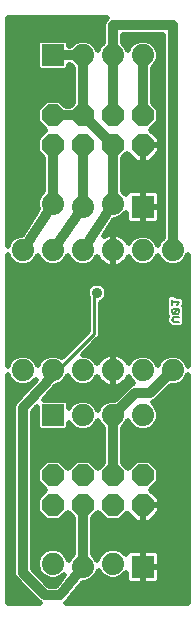
<source format=gbl>
G75*
%MOIN*%
%OFA0B0*%
%FSLAX25Y25*%
%IPPOS*%
%LPD*%
%AMOC8*
5,1,8,0,0,1.08239X$1,22.5*
%
%ADD10C,0.00700*%
%ADD11C,0.07400*%
%ADD12OC8,0.07400*%
%ADD13R,0.07400X0.07400*%
%ADD14C,0.02000*%
%ADD15C,0.03569*%
%ADD16C,0.03200*%
%ADD17C,0.03600*%
%ADD18C,0.01000*%
D10*
X0059984Y0098010D02*
X0059150Y0098844D01*
X0059984Y0099679D01*
X0061652Y0099679D01*
X0061235Y0100957D02*
X0061652Y0101374D01*
X0061652Y0102208D01*
X0061235Y0102625D01*
X0059567Y0100957D01*
X0059150Y0101374D01*
X0059150Y0102208D01*
X0059567Y0102625D01*
X0061235Y0102625D01*
X0060818Y0103903D02*
X0061652Y0104738D01*
X0059150Y0104738D01*
X0059150Y0105572D02*
X0059150Y0103903D01*
X0059567Y0100957D02*
X0061235Y0100957D01*
X0061652Y0098010D02*
X0059984Y0098010D01*
D11*
X0059500Y0082000D03*
X0049500Y0082000D03*
X0049500Y0067000D03*
X0039500Y0067000D03*
X0039500Y0082000D03*
X0029500Y0082000D03*
X0029500Y0067000D03*
X0019500Y0082000D03*
X0009500Y0082000D03*
X0009500Y0122000D03*
X0019500Y0122000D03*
X0019500Y0137500D03*
X0029500Y0136500D03*
X0029500Y0122000D03*
X0039500Y0122000D03*
X0039500Y0137500D03*
X0049500Y0122000D03*
X0059500Y0122000D03*
X0049500Y0187000D03*
X0039500Y0187000D03*
X0029500Y0187000D03*
X0019500Y0017500D03*
X0029500Y0016500D03*
X0039500Y0017500D03*
D12*
X0039500Y0037000D03*
X0039500Y0047000D03*
X0049500Y0047000D03*
X0049500Y0037000D03*
X0029500Y0037000D03*
X0029500Y0047000D03*
X0019500Y0047000D03*
X0019500Y0037000D03*
X0019500Y0157000D03*
X0019500Y0167000D03*
X0029500Y0167000D03*
X0029500Y0157000D03*
X0039500Y0157000D03*
X0039500Y0167000D03*
X0049500Y0167000D03*
X0049500Y0157000D03*
D13*
X0049500Y0136500D03*
X0019500Y0187000D03*
X0019500Y0067000D03*
X0049500Y0016500D03*
D14*
X0015075Y0004400D02*
X0004400Y0004400D01*
X0004400Y0080463D01*
X0005007Y0078998D01*
X0006498Y0077507D01*
X0008446Y0076700D01*
X0010554Y0076700D01*
X0012502Y0077507D01*
X0013736Y0078741D01*
X0007197Y0071723D01*
X0006787Y0071313D01*
X0006765Y0071259D01*
X0006725Y0071216D01*
X0006522Y0070672D01*
X0006300Y0070137D01*
X0006300Y0070078D01*
X0006280Y0070023D01*
X0006300Y0069444D01*
X0006300Y0013863D01*
X0006787Y0012687D01*
X0014287Y0005187D01*
X0015075Y0004400D01*
X0013477Y0005997D02*
X0004400Y0005997D01*
X0004400Y0007996D02*
X0011479Y0007996D01*
X0009480Y0009994D02*
X0004400Y0009994D01*
X0004400Y0011993D02*
X0007482Y0011993D01*
X0006300Y0013991D02*
X0004400Y0013991D01*
X0004400Y0015990D02*
X0006300Y0015990D01*
X0006300Y0017988D02*
X0004400Y0017988D01*
X0004400Y0019987D02*
X0006300Y0019987D01*
X0006300Y0021985D02*
X0004400Y0021985D01*
X0004400Y0023984D02*
X0006300Y0023984D01*
X0006300Y0025982D02*
X0004400Y0025982D01*
X0004400Y0027981D02*
X0006300Y0027981D01*
X0006300Y0029979D02*
X0004400Y0029979D01*
X0004400Y0031978D02*
X0006300Y0031978D01*
X0006300Y0033976D02*
X0004400Y0033976D01*
X0004400Y0035975D02*
X0006300Y0035975D01*
X0006300Y0037973D02*
X0004400Y0037973D01*
X0004400Y0039972D02*
X0006300Y0039972D01*
X0006300Y0041970D02*
X0004400Y0041970D01*
X0004400Y0043969D02*
X0006300Y0043969D01*
X0006300Y0045967D02*
X0004400Y0045967D01*
X0004400Y0047966D02*
X0006300Y0047966D01*
X0006300Y0049964D02*
X0004400Y0049964D01*
X0004400Y0051963D02*
X0006300Y0051963D01*
X0006300Y0053961D02*
X0004400Y0053961D01*
X0004400Y0055960D02*
X0006300Y0055960D01*
X0006300Y0057958D02*
X0004400Y0057958D01*
X0004400Y0059957D02*
X0006300Y0059957D01*
X0006300Y0061955D02*
X0004400Y0061955D01*
X0004400Y0063954D02*
X0006300Y0063954D01*
X0006300Y0065952D02*
X0004400Y0065952D01*
X0004400Y0067951D02*
X0006300Y0067951D01*
X0006282Y0069949D02*
X0004400Y0069949D01*
X0004400Y0071948D02*
X0007407Y0071948D01*
X0009269Y0073946D02*
X0004400Y0073946D01*
X0004400Y0075945D02*
X0011131Y0075945D01*
X0012939Y0077943D02*
X0012993Y0077943D01*
X0014500Y0083778D02*
X0013993Y0085002D01*
X0012502Y0086493D01*
X0010554Y0087300D01*
X0008446Y0087300D01*
X0006498Y0086493D01*
X0005007Y0085002D01*
X0004400Y0083537D01*
X0004400Y0120463D01*
X0005007Y0118998D01*
X0006498Y0117507D01*
X0008446Y0116700D01*
X0010554Y0116700D01*
X0012502Y0117507D01*
X0013993Y0118998D01*
X0014500Y0120222D01*
X0015007Y0118998D01*
X0016498Y0117507D01*
X0018446Y0116700D01*
X0020554Y0116700D01*
X0022502Y0117507D01*
X0023993Y0118998D01*
X0024500Y0120222D01*
X0025007Y0118998D01*
X0026498Y0117507D01*
X0028446Y0116700D01*
X0030554Y0116700D01*
X0032502Y0117507D01*
X0033993Y0118998D01*
X0034280Y0119690D01*
X0034625Y0119013D01*
X0035152Y0118287D01*
X0035787Y0117652D01*
X0036513Y0117125D01*
X0037312Y0116718D01*
X0038165Y0116440D01*
X0039051Y0116300D01*
X0039500Y0116300D01*
X0039949Y0116300D01*
X0040835Y0116440D01*
X0041688Y0116718D01*
X0042487Y0117125D01*
X0043213Y0117652D01*
X0043848Y0118287D01*
X0044375Y0119013D01*
X0044720Y0119690D01*
X0045007Y0118998D01*
X0046498Y0117507D01*
X0048446Y0116700D01*
X0050554Y0116700D01*
X0052502Y0117507D01*
X0053993Y0118998D01*
X0054500Y0120222D01*
X0055007Y0118998D01*
X0056498Y0117507D01*
X0058446Y0116700D01*
X0060554Y0116700D01*
X0062502Y0117507D01*
X0063993Y0118998D01*
X0064600Y0120463D01*
X0064600Y0083537D01*
X0063993Y0085002D01*
X0062502Y0086493D01*
X0060554Y0087300D01*
X0058446Y0087300D01*
X0056498Y0086493D01*
X0055007Y0085002D01*
X0054500Y0083778D01*
X0053993Y0085002D01*
X0052502Y0086493D01*
X0050554Y0087300D01*
X0048446Y0087300D01*
X0046498Y0086493D01*
X0045007Y0085002D01*
X0044720Y0084310D01*
X0044375Y0084987D01*
X0043848Y0085713D01*
X0043213Y0086348D01*
X0042487Y0086875D01*
X0041688Y0087282D01*
X0040835Y0087560D01*
X0039949Y0087700D01*
X0039500Y0087700D01*
X0039500Y0082000D01*
X0039500Y0082000D01*
X0039500Y0076300D01*
X0039949Y0076300D01*
X0040835Y0076440D01*
X0041688Y0076718D01*
X0042487Y0077125D01*
X0043213Y0077652D01*
X0043848Y0078287D01*
X0044375Y0079013D01*
X0044720Y0079690D01*
X0045007Y0078998D01*
X0046322Y0077683D01*
X0045187Y0077213D01*
X0040275Y0072300D01*
X0038446Y0072300D01*
X0036498Y0071493D01*
X0035007Y0070002D01*
X0034500Y0068778D01*
X0033993Y0070002D01*
X0032502Y0071493D01*
X0030554Y0072300D01*
X0028446Y0072300D01*
X0026498Y0071493D01*
X0025007Y0070002D01*
X0024800Y0069503D01*
X0024800Y0071363D01*
X0023863Y0072300D01*
X0016482Y0072300D01*
X0020600Y0076719D01*
X0022502Y0077507D01*
X0023993Y0078998D01*
X0024500Y0080222D01*
X0025007Y0078998D01*
X0026498Y0077507D01*
X0028446Y0076700D01*
X0030554Y0076700D01*
X0032502Y0077507D01*
X0033993Y0078998D01*
X0034280Y0079690D01*
X0034625Y0079013D01*
X0035152Y0078287D01*
X0035787Y0077652D01*
X0036513Y0077125D01*
X0037312Y0076718D01*
X0038165Y0076440D01*
X0039051Y0076300D01*
X0039500Y0076300D01*
X0039500Y0082000D01*
X0039500Y0082000D01*
X0039500Y0087700D01*
X0039051Y0087700D01*
X0038165Y0087560D01*
X0037312Y0087282D01*
X0036513Y0086875D01*
X0035787Y0086348D01*
X0035152Y0085713D01*
X0034625Y0084987D01*
X0034280Y0084310D01*
X0033993Y0085002D01*
X0032502Y0086493D01*
X0030554Y0087300D01*
X0029416Y0087300D01*
X0034143Y0092027D01*
X0035373Y0093257D01*
X0035373Y0104606D01*
X0036126Y0104918D01*
X0037082Y0105874D01*
X0037600Y0107124D01*
X0037600Y0108476D01*
X0037082Y0109726D01*
X0036126Y0110682D01*
X0034876Y0111200D01*
X0033524Y0111200D01*
X0032274Y0110682D01*
X0031318Y0109726D01*
X0030800Y0108476D01*
X0030800Y0107124D01*
X0031173Y0106223D01*
X0031173Y0094997D01*
X0022586Y0086409D01*
X0022502Y0086493D01*
X0020554Y0087300D01*
X0018446Y0087300D01*
X0016498Y0086493D01*
X0015007Y0085002D01*
X0014500Y0083778D01*
X0014434Y0083939D02*
X0014566Y0083939D01*
X0015942Y0085937D02*
X0013058Y0085937D01*
X0018016Y0073946D02*
X0041921Y0073946D01*
X0043919Y0075945D02*
X0019879Y0075945D01*
X0022939Y0077943D02*
X0026061Y0077943D01*
X0024616Y0079942D02*
X0024384Y0079942D01*
X0024215Y0071948D02*
X0027596Y0071948D01*
X0024985Y0069949D02*
X0024800Y0069949D01*
X0024800Y0064497D02*
X0025007Y0063998D01*
X0026498Y0062507D01*
X0028446Y0061700D01*
X0030554Y0061700D01*
X0032502Y0062507D01*
X0033993Y0063998D01*
X0034500Y0065222D01*
X0035007Y0063998D01*
X0036300Y0062705D01*
X0036300Y0051295D01*
X0034500Y0049495D01*
X0031695Y0052300D01*
X0027305Y0052300D01*
X0024500Y0049495D01*
X0021695Y0052300D01*
X0017305Y0052300D01*
X0014200Y0049195D01*
X0014200Y0044805D01*
X0017005Y0042000D01*
X0014200Y0039195D01*
X0014200Y0034805D01*
X0017305Y0031700D01*
X0021695Y0031700D01*
X0024500Y0034505D01*
X0026300Y0032705D01*
X0026300Y0020795D01*
X0025007Y0019502D01*
X0024707Y0018778D01*
X0023993Y0020502D01*
X0022502Y0021993D01*
X0020554Y0022800D01*
X0018446Y0022800D01*
X0016498Y0021993D01*
X0015007Y0020502D01*
X0014200Y0018554D01*
X0014200Y0016446D01*
X0015007Y0014498D01*
X0016498Y0013007D01*
X0018446Y0012200D01*
X0020554Y0012200D01*
X0022502Y0013007D01*
X0023277Y0013781D01*
X0020449Y0010200D01*
X0018325Y0010200D01*
X0012700Y0015825D01*
X0012700Y0068240D01*
X0014200Y0069850D01*
X0014200Y0062637D01*
X0015137Y0061700D01*
X0023863Y0061700D01*
X0024800Y0062637D01*
X0024800Y0064497D01*
X0024800Y0063954D02*
X0025051Y0063954D01*
X0024118Y0061955D02*
X0027829Y0061955D01*
X0031171Y0061955D02*
X0036300Y0061955D01*
X0036300Y0059957D02*
X0012700Y0059957D01*
X0012700Y0061955D02*
X0014882Y0061955D01*
X0014200Y0063954D02*
X0012700Y0063954D01*
X0012700Y0065952D02*
X0014200Y0065952D01*
X0014200Y0067951D02*
X0012700Y0067951D01*
X0012700Y0057958D02*
X0036300Y0057958D01*
X0036300Y0055960D02*
X0012700Y0055960D01*
X0012700Y0053961D02*
X0036300Y0053961D01*
X0036300Y0051963D02*
X0032033Y0051963D01*
X0034031Y0049964D02*
X0034969Y0049964D01*
X0035051Y0063954D02*
X0033949Y0063954D01*
X0034015Y0069949D02*
X0034985Y0069949D01*
X0037596Y0071948D02*
X0031404Y0071948D01*
X0032939Y0077943D02*
X0035496Y0077943D01*
X0035376Y0085937D02*
X0033058Y0085937D01*
X0032051Y0089934D02*
X0064600Y0089934D01*
X0064600Y0087936D02*
X0030052Y0087936D01*
X0028110Y0091933D02*
X0004400Y0091933D01*
X0004400Y0089934D02*
X0026111Y0089934D01*
X0024113Y0087936D02*
X0004400Y0087936D01*
X0004400Y0085937D02*
X0005942Y0085937D01*
X0004566Y0083939D02*
X0004400Y0083939D01*
X0004400Y0079942D02*
X0004616Y0079942D01*
X0004400Y0077943D02*
X0006061Y0077943D01*
X0004400Y0093932D02*
X0030108Y0093932D01*
X0031173Y0095930D02*
X0004400Y0095930D01*
X0004400Y0097929D02*
X0031173Y0097929D01*
X0031173Y0099927D02*
X0004400Y0099927D01*
X0004400Y0101926D02*
X0031173Y0101926D01*
X0031173Y0103924D02*
X0004400Y0103924D01*
X0004400Y0105923D02*
X0031173Y0105923D01*
X0030800Y0107921D02*
X0004400Y0107921D01*
X0004400Y0109920D02*
X0031511Y0109920D01*
X0032909Y0117914D02*
X0035525Y0117914D01*
X0036889Y0109920D02*
X0064600Y0109920D01*
X0064600Y0111918D02*
X0004400Y0111918D01*
X0004400Y0113917D02*
X0064600Y0113917D01*
X0064600Y0115915D02*
X0004400Y0115915D01*
X0004400Y0117914D02*
X0006091Y0117914D01*
X0004628Y0119912D02*
X0004400Y0119912D01*
X0004400Y0123537D02*
X0004400Y0199600D01*
X0037575Y0199600D01*
X0036787Y0198813D01*
X0036300Y0197637D01*
X0036300Y0191295D01*
X0035007Y0190002D01*
X0034500Y0188778D01*
X0033993Y0190002D01*
X0032502Y0191493D01*
X0030554Y0192300D01*
X0028446Y0192300D01*
X0026498Y0191493D01*
X0025205Y0190200D01*
X0024800Y0190200D01*
X0024800Y0191363D01*
X0023863Y0192300D01*
X0015137Y0192300D01*
X0014200Y0191363D01*
X0014200Y0182637D01*
X0015137Y0181700D01*
X0023863Y0181700D01*
X0024800Y0182637D01*
X0024800Y0183800D01*
X0025205Y0183800D01*
X0026300Y0182705D01*
X0026300Y0171295D01*
X0025205Y0170200D01*
X0023795Y0170200D01*
X0021695Y0172300D01*
X0017305Y0172300D01*
X0014200Y0169195D01*
X0014200Y0164805D01*
X0017005Y0162000D01*
X0014200Y0159195D01*
X0014200Y0154805D01*
X0016300Y0152705D01*
X0016300Y0141795D01*
X0015007Y0140502D01*
X0014200Y0138554D01*
X0014200Y0136446D01*
X0014517Y0135680D01*
X0009111Y0127300D01*
X0008446Y0127300D01*
X0006498Y0126493D01*
X0005007Y0125002D01*
X0004400Y0123537D01*
X0004400Y0123909D02*
X0004554Y0123909D01*
X0004400Y0125908D02*
X0005912Y0125908D01*
X0004400Y0127906D02*
X0009502Y0127906D01*
X0010792Y0129905D02*
X0004400Y0129905D01*
X0004400Y0131903D02*
X0012081Y0131903D01*
X0013370Y0133902D02*
X0004400Y0133902D01*
X0004400Y0135900D02*
X0014426Y0135900D01*
X0014200Y0137899D02*
X0004400Y0137899D01*
X0004400Y0139897D02*
X0014756Y0139897D01*
X0016300Y0141896D02*
X0004400Y0141896D01*
X0004400Y0143894D02*
X0016300Y0143894D01*
X0016300Y0145893D02*
X0004400Y0145893D01*
X0004400Y0147891D02*
X0016300Y0147891D01*
X0016300Y0149890D02*
X0004400Y0149890D01*
X0004400Y0151888D02*
X0016300Y0151888D01*
X0015118Y0153887D02*
X0004400Y0153887D01*
X0004400Y0155885D02*
X0014200Y0155885D01*
X0014200Y0157884D02*
X0004400Y0157884D01*
X0004400Y0159882D02*
X0014887Y0159882D01*
X0015125Y0163879D02*
X0004400Y0163879D01*
X0004400Y0161881D02*
X0016886Y0161881D01*
X0014200Y0165878D02*
X0004400Y0165878D01*
X0004400Y0167876D02*
X0014200Y0167876D01*
X0014880Y0169875D02*
X0004400Y0169875D01*
X0004400Y0171873D02*
X0016878Y0171873D01*
X0014971Y0181866D02*
X0004400Y0181866D01*
X0004400Y0179868D02*
X0026300Y0179868D01*
X0026300Y0181866D02*
X0024029Y0181866D01*
X0026300Y0177869D02*
X0004400Y0177869D01*
X0004400Y0175870D02*
X0026300Y0175870D01*
X0026300Y0173872D02*
X0004400Y0173872D01*
X0004400Y0183865D02*
X0014200Y0183865D01*
X0014200Y0185863D02*
X0004400Y0185863D01*
X0004400Y0187862D02*
X0014200Y0187862D01*
X0014200Y0189860D02*
X0004400Y0189860D01*
X0004400Y0191859D02*
X0014696Y0191859D01*
X0022122Y0171873D02*
X0026300Y0171873D01*
X0027380Y0191859D02*
X0024304Y0191859D01*
X0031620Y0191859D02*
X0036300Y0191859D01*
X0036300Y0193857D02*
X0004400Y0193857D01*
X0004400Y0195856D02*
X0036300Y0195856D01*
X0036390Y0197854D02*
X0004400Y0197854D01*
X0014372Y0119912D02*
X0014628Y0119912D01*
X0016091Y0117914D02*
X0012909Y0117914D01*
X0022909Y0117914D02*
X0026091Y0117914D01*
X0024628Y0119912D02*
X0024372Y0119912D01*
X0034049Y0091933D02*
X0064600Y0091933D01*
X0064600Y0093932D02*
X0035373Y0093932D01*
X0035373Y0095930D02*
X0064600Y0095930D01*
X0063602Y0097203D02*
X0063602Y0098818D01*
X0063576Y0098844D01*
X0063602Y0098871D01*
X0063602Y0100486D01*
X0063562Y0100526D01*
X0063602Y0100566D01*
X0063602Y0102200D01*
X0063602Y0103016D01*
X0063185Y0103433D01*
X0063145Y0103473D01*
X0063602Y0103930D01*
X0063602Y0105545D01*
X0062460Y0106688D01*
X0060792Y0106688D01*
X0059958Y0107522D01*
X0058342Y0107522D01*
X0057200Y0106379D01*
X0057200Y0103096D01*
X0057240Y0103056D01*
X0057200Y0103016D01*
X0057200Y0103016D01*
X0057200Y0103016D01*
X0057200Y0102216D01*
X0057200Y0100566D01*
X0057657Y0100109D01*
X0057200Y0099652D01*
X0057200Y0098037D01*
X0058342Y0096894D01*
X0059176Y0096060D01*
X0060792Y0096060D01*
X0062460Y0096060D01*
X0063602Y0097203D01*
X0063602Y0097929D02*
X0064600Y0097929D01*
X0064600Y0099927D02*
X0063602Y0099927D01*
X0063602Y0101926D02*
X0064600Y0101926D01*
X0063602Y0103016D02*
X0063602Y0103016D01*
X0063602Y0103016D01*
X0063185Y0103433D02*
X0063185Y0103433D01*
X0063596Y0103924D02*
X0064600Y0103924D01*
X0064600Y0105923D02*
X0063225Y0105923D01*
X0064600Y0107921D02*
X0037600Y0107921D01*
X0037102Y0105923D02*
X0057200Y0105923D01*
X0057200Y0103924D02*
X0035373Y0103924D01*
X0035373Y0101926D02*
X0057200Y0101926D01*
X0057475Y0099927D02*
X0035373Y0099927D01*
X0035373Y0097929D02*
X0057308Y0097929D01*
X0055942Y0085937D02*
X0053058Y0085937D01*
X0054434Y0083939D02*
X0054566Y0083939D01*
X0057970Y0075945D02*
X0064600Y0075945D01*
X0064600Y0077943D02*
X0062939Y0077943D01*
X0062502Y0077507D02*
X0063993Y0078998D01*
X0064600Y0080463D01*
X0064600Y0004400D01*
X0023925Y0004400D01*
X0023949Y0004423D01*
X0024117Y0004518D01*
X0024395Y0004870D01*
X0024713Y0005187D01*
X0024787Y0005365D01*
X0029393Y0011200D01*
X0030554Y0011200D01*
X0032502Y0012007D01*
X0033993Y0013498D01*
X0034707Y0015222D01*
X0035007Y0014498D01*
X0036498Y0013007D01*
X0038446Y0012200D01*
X0040554Y0012200D01*
X0042502Y0013007D01*
X0043800Y0014305D01*
X0043800Y0012537D01*
X0043936Y0012028D01*
X0044200Y0011572D01*
X0044572Y0011200D01*
X0045028Y0010936D01*
X0045537Y0010800D01*
X0049500Y0010800D01*
X0053463Y0010800D01*
X0053972Y0010936D01*
X0054428Y0011200D01*
X0054800Y0011572D01*
X0055064Y0012028D01*
X0055200Y0012537D01*
X0055200Y0016500D01*
X0055200Y0020463D01*
X0055064Y0020972D01*
X0054800Y0021428D01*
X0054428Y0021800D01*
X0053972Y0022064D01*
X0053463Y0022200D01*
X0049500Y0022200D01*
X0049500Y0016500D01*
X0049500Y0016500D01*
X0055200Y0016500D01*
X0049500Y0016500D01*
X0049500Y0016500D01*
X0049500Y0022200D01*
X0045537Y0022200D01*
X0045028Y0022064D01*
X0044572Y0021800D01*
X0044200Y0021428D01*
X0043936Y0020972D01*
X0043849Y0020646D01*
X0042502Y0021993D01*
X0040554Y0022800D01*
X0038446Y0022800D01*
X0036498Y0021993D01*
X0035007Y0020502D01*
X0034293Y0018778D01*
X0033993Y0019502D01*
X0032700Y0020795D01*
X0032700Y0032705D01*
X0034500Y0034505D01*
X0037305Y0031700D01*
X0041695Y0031700D01*
X0044217Y0034222D01*
X0047139Y0031300D01*
X0049500Y0031300D01*
X0051861Y0031300D01*
X0055200Y0034639D01*
X0055200Y0037000D01*
X0055200Y0039361D01*
X0052278Y0042283D01*
X0054800Y0044805D01*
X0054800Y0049195D01*
X0051695Y0052300D01*
X0047305Y0052300D01*
X0044500Y0049495D01*
X0042700Y0051295D01*
X0042700Y0062705D01*
X0043993Y0063998D01*
X0044500Y0065222D01*
X0045007Y0063998D01*
X0046498Y0062507D01*
X0048446Y0061700D01*
X0050554Y0061700D01*
X0052502Y0062507D01*
X0053993Y0063998D01*
X0054800Y0065946D01*
X0054800Y0068054D01*
X0053993Y0070002D01*
X0052678Y0071317D01*
X0053813Y0071787D01*
X0054713Y0072687D01*
X0054713Y0072687D01*
X0058725Y0076700D01*
X0060554Y0076700D01*
X0062502Y0077507D01*
X0064384Y0079942D02*
X0064600Y0079942D01*
X0064600Y0083939D02*
X0064434Y0083939D01*
X0064600Y0085937D02*
X0063058Y0085937D01*
X0064600Y0073946D02*
X0055972Y0073946D01*
X0053973Y0071948D02*
X0064600Y0071948D01*
X0064600Y0069949D02*
X0054015Y0069949D01*
X0054800Y0067951D02*
X0064600Y0067951D01*
X0064600Y0065952D02*
X0054800Y0065952D01*
X0053949Y0063954D02*
X0064600Y0063954D01*
X0064600Y0061955D02*
X0051171Y0061955D01*
X0047829Y0061955D02*
X0042700Y0061955D01*
X0042700Y0059957D02*
X0064600Y0059957D01*
X0064600Y0057958D02*
X0042700Y0057958D01*
X0042700Y0055960D02*
X0064600Y0055960D01*
X0064600Y0053961D02*
X0042700Y0053961D01*
X0042700Y0051963D02*
X0046967Y0051963D01*
X0044969Y0049964D02*
X0044031Y0049964D01*
X0043949Y0063954D02*
X0045051Y0063954D01*
X0046061Y0077943D02*
X0043504Y0077943D01*
X0043624Y0085937D02*
X0045942Y0085937D01*
X0039500Y0085937D02*
X0039500Y0085937D01*
X0039500Y0083939D02*
X0039500Y0083939D01*
X0039500Y0081940D02*
X0039500Y0081940D01*
X0039500Y0079942D02*
X0039500Y0079942D01*
X0039500Y0077943D02*
X0039500Y0077943D01*
X0026967Y0051963D02*
X0022033Y0051963D01*
X0024031Y0049964D02*
X0024969Y0049964D01*
X0025028Y0033976D02*
X0023971Y0033976D01*
X0021973Y0031978D02*
X0026300Y0031978D01*
X0026300Y0029979D02*
X0012700Y0029979D01*
X0012700Y0027981D02*
X0026300Y0027981D01*
X0026300Y0025982D02*
X0012700Y0025982D01*
X0012700Y0023984D02*
X0026300Y0023984D01*
X0026300Y0021985D02*
X0022510Y0021985D01*
X0024207Y0019987D02*
X0025491Y0019987D01*
X0021864Y0011993D02*
X0016533Y0011993D01*
X0015514Y0013991D02*
X0014534Y0013991D01*
X0014389Y0015990D02*
X0012700Y0015990D01*
X0012700Y0017988D02*
X0014200Y0017988D01*
X0014793Y0019987D02*
X0012700Y0019987D01*
X0012700Y0021985D02*
X0016490Y0021985D01*
X0017027Y0031978D02*
X0012700Y0031978D01*
X0012700Y0033976D02*
X0015028Y0033976D01*
X0014200Y0035975D02*
X0012700Y0035975D01*
X0012700Y0037973D02*
X0014200Y0037973D01*
X0014976Y0039972D02*
X0012700Y0039972D01*
X0012700Y0041970D02*
X0016975Y0041970D01*
X0015036Y0043969D02*
X0012700Y0043969D01*
X0012700Y0045967D02*
X0014200Y0045967D01*
X0014200Y0047966D02*
X0012700Y0047966D01*
X0012700Y0049964D02*
X0014969Y0049964D01*
X0016967Y0051963D02*
X0012700Y0051963D01*
X0026863Y0007996D02*
X0064600Y0007996D01*
X0064600Y0009994D02*
X0028441Y0009994D01*
X0025285Y0005997D02*
X0064600Y0005997D01*
X0064600Y0011993D02*
X0055043Y0011993D01*
X0055200Y0013991D02*
X0064600Y0013991D01*
X0064600Y0015990D02*
X0055200Y0015990D01*
X0055200Y0017988D02*
X0064600Y0017988D01*
X0064600Y0019987D02*
X0055200Y0019987D01*
X0054108Y0021985D02*
X0064600Y0021985D01*
X0064600Y0023984D02*
X0032700Y0023984D01*
X0032700Y0025982D02*
X0064600Y0025982D01*
X0064600Y0027981D02*
X0032700Y0027981D01*
X0032700Y0029979D02*
X0064600Y0029979D01*
X0064600Y0031978D02*
X0052539Y0031978D01*
X0054537Y0033976D02*
X0064600Y0033976D01*
X0064600Y0035975D02*
X0055200Y0035975D01*
X0055200Y0037000D02*
X0049500Y0037000D01*
X0055200Y0037000D01*
X0055200Y0037973D02*
X0064600Y0037973D01*
X0064600Y0039972D02*
X0054589Y0039972D01*
X0053964Y0043969D02*
X0064600Y0043969D01*
X0064600Y0045967D02*
X0054800Y0045967D01*
X0054800Y0047966D02*
X0064600Y0047966D01*
X0064600Y0049964D02*
X0054031Y0049964D01*
X0052033Y0051963D02*
X0064600Y0051963D01*
X0064600Y0041970D02*
X0052591Y0041970D01*
X0049500Y0037000D02*
X0049500Y0037000D01*
X0049500Y0031300D01*
X0049500Y0037000D01*
X0049500Y0037000D01*
X0049500Y0035975D02*
X0049500Y0035975D01*
X0049500Y0033976D02*
X0049500Y0033976D01*
X0049500Y0031978D02*
X0049500Y0031978D01*
X0046461Y0031978D02*
X0041973Y0031978D01*
X0043971Y0033976D02*
X0044463Y0033976D01*
X0044892Y0021985D02*
X0042510Y0021985D01*
X0043486Y0013991D02*
X0043800Y0013991D01*
X0043957Y0011993D02*
X0032468Y0011993D01*
X0034197Y0013991D02*
X0035514Y0013991D01*
X0034793Y0019987D02*
X0033509Y0019987D01*
X0032700Y0021985D02*
X0036490Y0021985D01*
X0037027Y0031978D02*
X0032700Y0031978D01*
X0033971Y0033976D02*
X0035028Y0033976D01*
X0049500Y0021985D02*
X0049500Y0021985D01*
X0049500Y0019987D02*
X0049500Y0019987D01*
X0049500Y0017988D02*
X0049500Y0017988D01*
X0049500Y0016500D02*
X0049500Y0010800D01*
X0049500Y0016500D01*
X0049500Y0016500D01*
X0049500Y0015990D02*
X0049500Y0015990D01*
X0049500Y0013991D02*
X0049500Y0013991D01*
X0049500Y0011993D02*
X0049500Y0011993D01*
X0039500Y0116300D02*
X0039500Y0122000D01*
X0039500Y0122000D01*
X0039500Y0127700D01*
X0039949Y0127700D01*
X0040835Y0127560D01*
X0041688Y0127282D01*
X0042487Y0126875D01*
X0043213Y0126348D01*
X0043848Y0125713D01*
X0044375Y0124987D01*
X0044720Y0124310D01*
X0045007Y0125002D01*
X0046498Y0126493D01*
X0048446Y0127300D01*
X0050554Y0127300D01*
X0052502Y0126493D01*
X0053993Y0125002D01*
X0054500Y0123778D01*
X0055007Y0125002D01*
X0056300Y0126295D01*
X0056300Y0193800D01*
X0042700Y0193800D01*
X0042700Y0191295D01*
X0043993Y0190002D01*
X0044500Y0188778D01*
X0045007Y0190002D01*
X0046498Y0191493D01*
X0048446Y0192300D01*
X0050554Y0192300D01*
X0052502Y0191493D01*
X0053993Y0190002D01*
X0054800Y0188054D01*
X0054800Y0185946D01*
X0053993Y0183998D01*
X0052700Y0182705D01*
X0052700Y0171295D01*
X0054800Y0169195D01*
X0054800Y0164805D01*
X0052278Y0162283D01*
X0055200Y0159361D01*
X0055200Y0157000D01*
X0049500Y0157000D01*
X0049500Y0157000D01*
X0055200Y0157000D01*
X0055200Y0154639D01*
X0051861Y0151300D01*
X0049500Y0151300D01*
X0049500Y0157000D01*
X0049500Y0157000D01*
X0049500Y0151300D01*
X0047139Y0151300D01*
X0044217Y0154222D01*
X0042700Y0152705D01*
X0042700Y0141795D01*
X0043849Y0140646D01*
X0043936Y0140972D01*
X0044200Y0141428D01*
X0044572Y0141800D01*
X0045028Y0142064D01*
X0045537Y0142200D01*
X0049500Y0142200D01*
X0049500Y0136500D01*
X0049500Y0136500D01*
X0055200Y0136500D01*
X0055200Y0140463D01*
X0055064Y0140972D01*
X0054800Y0141428D01*
X0054428Y0141800D01*
X0053972Y0142064D01*
X0053463Y0142200D01*
X0049500Y0142200D01*
X0049500Y0136500D01*
X0049500Y0136500D01*
X0055200Y0136500D01*
X0055200Y0132537D01*
X0055064Y0132028D01*
X0054800Y0131572D01*
X0054428Y0131200D01*
X0053972Y0130936D01*
X0053463Y0130800D01*
X0049500Y0130800D01*
X0049500Y0136500D01*
X0049500Y0136500D01*
X0049500Y0130800D01*
X0045537Y0130800D01*
X0045028Y0130936D01*
X0044572Y0131200D01*
X0044200Y0131572D01*
X0043936Y0132028D01*
X0043800Y0132537D01*
X0043800Y0134305D01*
X0042502Y0133007D01*
X0040554Y0132200D01*
X0039889Y0132200D01*
X0036401Y0126794D01*
X0036513Y0126875D01*
X0037312Y0127282D01*
X0038165Y0127560D01*
X0039051Y0127700D01*
X0039500Y0127700D01*
X0039500Y0122000D01*
X0039500Y0122000D01*
X0039500Y0116300D01*
X0039500Y0117914D02*
X0039500Y0117914D01*
X0039500Y0119912D02*
X0039500Y0119912D01*
X0039500Y0121911D02*
X0039500Y0121911D01*
X0039500Y0123909D02*
X0039500Y0123909D01*
X0039500Y0125908D02*
X0039500Y0125908D01*
X0038408Y0129905D02*
X0056300Y0129905D01*
X0056300Y0131903D02*
X0054992Y0131903D01*
X0055200Y0133902D02*
X0056300Y0133902D01*
X0056300Y0135900D02*
X0055200Y0135900D01*
X0055200Y0137899D02*
X0056300Y0137899D01*
X0056300Y0139897D02*
X0055200Y0139897D01*
X0054263Y0141896D02*
X0056300Y0141896D01*
X0056300Y0143894D02*
X0042700Y0143894D01*
X0042700Y0141896D02*
X0044737Y0141896D01*
X0042700Y0145893D02*
X0056300Y0145893D01*
X0056300Y0147891D02*
X0042700Y0147891D01*
X0042700Y0149890D02*
X0056300Y0149890D01*
X0056300Y0151888D02*
X0052449Y0151888D01*
X0054448Y0153887D02*
X0056300Y0153887D01*
X0056300Y0155885D02*
X0055200Y0155885D01*
X0055200Y0157884D02*
X0056300Y0157884D01*
X0056300Y0159882D02*
X0054679Y0159882D01*
X0056300Y0161881D02*
X0052680Y0161881D01*
X0053875Y0163879D02*
X0056300Y0163879D01*
X0056300Y0165878D02*
X0054800Y0165878D01*
X0054800Y0167876D02*
X0056300Y0167876D01*
X0056300Y0169875D02*
X0054120Y0169875D01*
X0052700Y0171873D02*
X0056300Y0171873D01*
X0056300Y0173872D02*
X0052700Y0173872D01*
X0052700Y0175870D02*
X0056300Y0175870D01*
X0056300Y0177869D02*
X0052700Y0177869D01*
X0052700Y0179868D02*
X0056300Y0179868D01*
X0056300Y0181866D02*
X0052700Y0181866D01*
X0053860Y0183865D02*
X0056300Y0183865D01*
X0056300Y0185863D02*
X0054766Y0185863D01*
X0054800Y0187862D02*
X0056300Y0187862D01*
X0056300Y0189860D02*
X0054052Y0189860D01*
X0056300Y0191859D02*
X0051620Y0191859D01*
X0047380Y0191859D02*
X0042700Y0191859D01*
X0044052Y0189860D02*
X0044948Y0189860D01*
X0034948Y0189860D02*
X0034052Y0189860D01*
X0043882Y0153887D02*
X0044552Y0153887D01*
X0042700Y0151888D02*
X0046551Y0151888D01*
X0049500Y0151888D02*
X0049500Y0151888D01*
X0049500Y0153887D02*
X0049500Y0153887D01*
X0049500Y0155885D02*
X0049500Y0155885D01*
X0049500Y0141896D02*
X0049500Y0141896D01*
X0049500Y0139897D02*
X0049500Y0139897D01*
X0049500Y0137899D02*
X0049500Y0137899D01*
X0049500Y0135900D02*
X0049500Y0135900D01*
X0049500Y0133902D02*
X0049500Y0133902D01*
X0049500Y0131903D02*
X0049500Y0131903D01*
X0045912Y0125908D02*
X0043653Y0125908D01*
X0044008Y0131903D02*
X0039697Y0131903D01*
X0037119Y0127906D02*
X0056300Y0127906D01*
X0055912Y0125908D02*
X0053088Y0125908D01*
X0054446Y0123909D02*
X0054554Y0123909D01*
X0054628Y0119912D02*
X0054372Y0119912D01*
X0052909Y0117914D02*
X0056091Y0117914D01*
X0062909Y0117914D02*
X0064600Y0117914D01*
X0064600Y0119912D02*
X0064372Y0119912D01*
X0046091Y0117914D02*
X0043475Y0117914D01*
X0043397Y0133902D02*
X0043800Y0133902D01*
D15*
X0054500Y0147000D03*
X0054500Y0177000D03*
X0054500Y0057000D03*
X0054500Y0007000D03*
X0014500Y0027000D03*
X0009500Y0007000D03*
X0014500Y0057000D03*
X0009500Y0134500D03*
X0009500Y0194500D03*
D16*
X0019500Y0187000D02*
X0029500Y0187000D01*
X0029500Y0167000D01*
X0019500Y0167000D01*
X0019500Y0157000D02*
X0019500Y0137500D01*
X0009500Y0122000D01*
X0019500Y0122000D02*
X0029500Y0136500D01*
X0029500Y0157000D01*
X0039500Y0157000D02*
X0029500Y0167000D01*
X0039500Y0167000D02*
X0039500Y0187000D01*
X0039500Y0197000D01*
X0059500Y0197000D01*
X0059500Y0122000D01*
X0059500Y0082000D02*
X0052000Y0074500D01*
X0047000Y0074500D01*
X0039500Y0067000D01*
X0039500Y0047000D01*
X0029500Y0037000D02*
X0029500Y0016500D01*
X0022000Y0007000D01*
X0017000Y0007000D01*
X0009500Y0014500D01*
X0009500Y0069500D01*
X0021146Y0082000D01*
X0029500Y0122000D02*
X0039500Y0137500D01*
X0039500Y0157000D01*
X0049500Y0167000D02*
X0049500Y0187000D01*
D17*
X0034200Y0107800D03*
D18*
X0033273Y0106873D01*
X0033273Y0094127D01*
X0021146Y0082000D01*
X0019500Y0082000D01*
M02*

</source>
